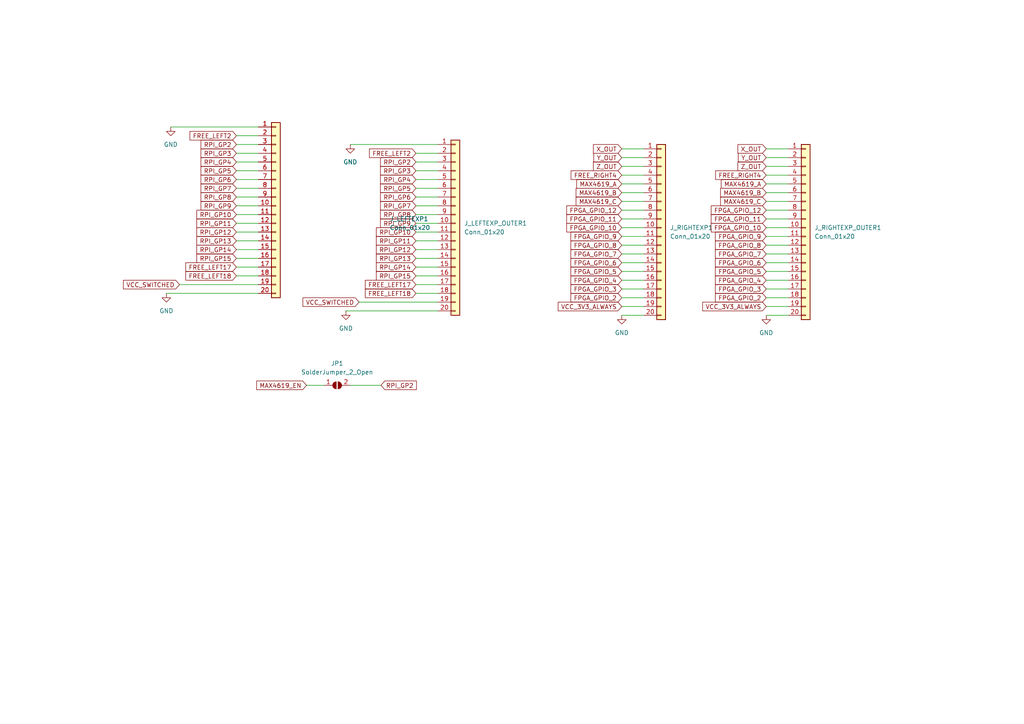
<source format=kicad_sch>
(kicad_sch (version 20211123) (generator eeschema)

  (uuid 003f2692-5143-4eae-88dd-304a34aeb19b)

  (paper "A4")

  (lib_symbols
    (symbol "Connector_Generic:Conn_01x20" (pin_names (offset 1.016) hide) (in_bom yes) (on_board yes)
      (property "Reference" "J" (id 0) (at 0 25.4 0)
        (effects (font (size 1.27 1.27)))
      )
      (property "Value" "Conn_01x20" (id 1) (at 0 -27.94 0)
        (effects (font (size 1.27 1.27)))
      )
      (property "Footprint" "" (id 2) (at 0 0 0)
        (effects (font (size 1.27 1.27)) hide)
      )
      (property "Datasheet" "~" (id 3) (at 0 0 0)
        (effects (font (size 1.27 1.27)) hide)
      )
      (property "ki_keywords" "connector" (id 4) (at 0 0 0)
        (effects (font (size 1.27 1.27)) hide)
      )
      (property "ki_description" "Generic connector, single row, 01x20, script generated (kicad-library-utils/schlib/autogen/connector/)" (id 5) (at 0 0 0)
        (effects (font (size 1.27 1.27)) hide)
      )
      (property "ki_fp_filters" "Connector*:*_1x??_*" (id 6) (at 0 0 0)
        (effects (font (size 1.27 1.27)) hide)
      )
      (symbol "Conn_01x20_1_1"
        (rectangle (start -1.27 -25.273) (end 0 -25.527)
          (stroke (width 0.1524) (type default) (color 0 0 0 0))
          (fill (type none))
        )
        (rectangle (start -1.27 -22.733) (end 0 -22.987)
          (stroke (width 0.1524) (type default) (color 0 0 0 0))
          (fill (type none))
        )
        (rectangle (start -1.27 -20.193) (end 0 -20.447)
          (stroke (width 0.1524) (type default) (color 0 0 0 0))
          (fill (type none))
        )
        (rectangle (start -1.27 -17.653) (end 0 -17.907)
          (stroke (width 0.1524) (type default) (color 0 0 0 0))
          (fill (type none))
        )
        (rectangle (start -1.27 -15.113) (end 0 -15.367)
          (stroke (width 0.1524) (type default) (color 0 0 0 0))
          (fill (type none))
        )
        (rectangle (start -1.27 -12.573) (end 0 -12.827)
          (stroke (width 0.1524) (type default) (color 0 0 0 0))
          (fill (type none))
        )
        (rectangle (start -1.27 -10.033) (end 0 -10.287)
          (stroke (width 0.1524) (type default) (color 0 0 0 0))
          (fill (type none))
        )
        (rectangle (start -1.27 -7.493) (end 0 -7.747)
          (stroke (width 0.1524) (type default) (color 0 0 0 0))
          (fill (type none))
        )
        (rectangle (start -1.27 -4.953) (end 0 -5.207)
          (stroke (width 0.1524) (type default) (color 0 0 0 0))
          (fill (type none))
        )
        (rectangle (start -1.27 -2.413) (end 0 -2.667)
          (stroke (width 0.1524) (type default) (color 0 0 0 0))
          (fill (type none))
        )
        (rectangle (start -1.27 0.127) (end 0 -0.127)
          (stroke (width 0.1524) (type default) (color 0 0 0 0))
          (fill (type none))
        )
        (rectangle (start -1.27 2.667) (end 0 2.413)
          (stroke (width 0.1524) (type default) (color 0 0 0 0))
          (fill (type none))
        )
        (rectangle (start -1.27 5.207) (end 0 4.953)
          (stroke (width 0.1524) (type default) (color 0 0 0 0))
          (fill (type none))
        )
        (rectangle (start -1.27 7.747) (end 0 7.493)
          (stroke (width 0.1524) (type default) (color 0 0 0 0))
          (fill (type none))
        )
        (rectangle (start -1.27 10.287) (end 0 10.033)
          (stroke (width 0.1524) (type default) (color 0 0 0 0))
          (fill (type none))
        )
        (rectangle (start -1.27 12.827) (end 0 12.573)
          (stroke (width 0.1524) (type default) (color 0 0 0 0))
          (fill (type none))
        )
        (rectangle (start -1.27 15.367) (end 0 15.113)
          (stroke (width 0.1524) (type default) (color 0 0 0 0))
          (fill (type none))
        )
        (rectangle (start -1.27 17.907) (end 0 17.653)
          (stroke (width 0.1524) (type default) (color 0 0 0 0))
          (fill (type none))
        )
        (rectangle (start -1.27 20.447) (end 0 20.193)
          (stroke (width 0.1524) (type default) (color 0 0 0 0))
          (fill (type none))
        )
        (rectangle (start -1.27 22.987) (end 0 22.733)
          (stroke (width 0.1524) (type default) (color 0 0 0 0))
          (fill (type none))
        )
        (rectangle (start -1.27 24.13) (end 1.27 -26.67)
          (stroke (width 0.254) (type default) (color 0 0 0 0))
          (fill (type background))
        )
        (pin passive line (at -5.08 22.86 0) (length 3.81)
          (name "Pin_1" (effects (font (size 1.27 1.27))))
          (number "1" (effects (font (size 1.27 1.27))))
        )
        (pin passive line (at -5.08 0 0) (length 3.81)
          (name "Pin_10" (effects (font (size 1.27 1.27))))
          (number "10" (effects (font (size 1.27 1.27))))
        )
        (pin passive line (at -5.08 -2.54 0) (length 3.81)
          (name "Pin_11" (effects (font (size 1.27 1.27))))
          (number "11" (effects (font (size 1.27 1.27))))
        )
        (pin passive line (at -5.08 -5.08 0) (length 3.81)
          (name "Pin_12" (effects (font (size 1.27 1.27))))
          (number "12" (effects (font (size 1.27 1.27))))
        )
        (pin passive line (at -5.08 -7.62 0) (length 3.81)
          (name "Pin_13" (effects (font (size 1.27 1.27))))
          (number "13" (effects (font (size 1.27 1.27))))
        )
        (pin passive line (at -5.08 -10.16 0) (length 3.81)
          (name "Pin_14" (effects (font (size 1.27 1.27))))
          (number "14" (effects (font (size 1.27 1.27))))
        )
        (pin passive line (at -5.08 -12.7 0) (length 3.81)
          (name "Pin_15" (effects (font (size 1.27 1.27))))
          (number "15" (effects (font (size 1.27 1.27))))
        )
        (pin passive line (at -5.08 -15.24 0) (length 3.81)
          (name "Pin_16" (effects (font (size 1.27 1.27))))
          (number "16" (effects (font (size 1.27 1.27))))
        )
        (pin passive line (at -5.08 -17.78 0) (length 3.81)
          (name "Pin_17" (effects (font (size 1.27 1.27))))
          (number "17" (effects (font (size 1.27 1.27))))
        )
        (pin passive line (at -5.08 -20.32 0) (length 3.81)
          (name "Pin_18" (effects (font (size 1.27 1.27))))
          (number "18" (effects (font (size 1.27 1.27))))
        )
        (pin passive line (at -5.08 -22.86 0) (length 3.81)
          (name "Pin_19" (effects (font (size 1.27 1.27))))
          (number "19" (effects (font (size 1.27 1.27))))
        )
        (pin passive line (at -5.08 20.32 0) (length 3.81)
          (name "Pin_2" (effects (font (size 1.27 1.27))))
          (number "2" (effects (font (size 1.27 1.27))))
        )
        (pin passive line (at -5.08 -25.4 0) (length 3.81)
          (name "Pin_20" (effects (font (size 1.27 1.27))))
          (number "20" (effects (font (size 1.27 1.27))))
        )
        (pin passive line (at -5.08 17.78 0) (length 3.81)
          (name "Pin_3" (effects (font (size 1.27 1.27))))
          (number "3" (effects (font (size 1.27 1.27))))
        )
        (pin passive line (at -5.08 15.24 0) (length 3.81)
          (name "Pin_4" (effects (font (size 1.27 1.27))))
          (number "4" (effects (font (size 1.27 1.27))))
        )
        (pin passive line (at -5.08 12.7 0) (length 3.81)
          (name "Pin_5" (effects (font (size 1.27 1.27))))
          (number "5" (effects (font (size 1.27 1.27))))
        )
        (pin passive line (at -5.08 10.16 0) (length 3.81)
          (name "Pin_6" (effects (font (size 1.27 1.27))))
          (number "6" (effects (font (size 1.27 1.27))))
        )
        (pin passive line (at -5.08 7.62 0) (length 3.81)
          (name "Pin_7" (effects (font (size 1.27 1.27))))
          (number "7" (effects (font (size 1.27 1.27))))
        )
        (pin passive line (at -5.08 5.08 0) (length 3.81)
          (name "Pin_8" (effects (font (size 1.27 1.27))))
          (number "8" (effects (font (size 1.27 1.27))))
        )
        (pin passive line (at -5.08 2.54 0) (length 3.81)
          (name "Pin_9" (effects (font (size 1.27 1.27))))
          (number "9" (effects (font (size 1.27 1.27))))
        )
      )
    )
    (symbol "Jumper:SolderJumper_2_Open" (pin_names (offset 0) hide) (in_bom yes) (on_board yes)
      (property "Reference" "JP" (id 0) (at 0 2.032 0)
        (effects (font (size 1.27 1.27)))
      )
      (property "Value" "SolderJumper_2_Open" (id 1) (at 0 -2.54 0)
        (effects (font (size 1.27 1.27)))
      )
      (property "Footprint" "" (id 2) (at 0 0 0)
        (effects (font (size 1.27 1.27)) hide)
      )
      (property "Datasheet" "~" (id 3) (at 0 0 0)
        (effects (font (size 1.27 1.27)) hide)
      )
      (property "ki_keywords" "solder jumper SPST" (id 4) (at 0 0 0)
        (effects (font (size 1.27 1.27)) hide)
      )
      (property "ki_description" "Solder Jumper, 2-pole, open" (id 5) (at 0 0 0)
        (effects (font (size 1.27 1.27)) hide)
      )
      (property "ki_fp_filters" "SolderJumper*Open*" (id 6) (at 0 0 0)
        (effects (font (size 1.27 1.27)) hide)
      )
      (symbol "SolderJumper_2_Open_0_1"
        (arc (start -0.254 1.016) (mid -1.27 0) (end -0.254 -1.016)
          (stroke (width 0) (type default) (color 0 0 0 0))
          (fill (type none))
        )
        (arc (start -0.254 1.016) (mid -1.27 0) (end -0.254 -1.016)
          (stroke (width 0) (type default) (color 0 0 0 0))
          (fill (type outline))
        )
        (polyline
          (pts
            (xy -0.254 1.016)
            (xy -0.254 -1.016)
          )
          (stroke (width 0) (type default) (color 0 0 0 0))
          (fill (type none))
        )
        (polyline
          (pts
            (xy 0.254 1.016)
            (xy 0.254 -1.016)
          )
          (stroke (width 0) (type default) (color 0 0 0 0))
          (fill (type none))
        )
        (arc (start 0.254 -1.016) (mid 1.27 0) (end 0.254 1.016)
          (stroke (width 0) (type default) (color 0 0 0 0))
          (fill (type none))
        )
        (arc (start 0.254 -1.016) (mid 1.27 0) (end 0.254 1.016)
          (stroke (width 0) (type default) (color 0 0 0 0))
          (fill (type outline))
        )
      )
      (symbol "SolderJumper_2_Open_1_1"
        (pin passive line (at -3.81 0 0) (length 2.54)
          (name "A" (effects (font (size 1.27 1.27))))
          (number "1" (effects (font (size 1.27 1.27))))
        )
        (pin passive line (at 3.81 0 180) (length 2.54)
          (name "B" (effects (font (size 1.27 1.27))))
          (number "2" (effects (font (size 1.27 1.27))))
        )
      )
    )
    (symbol "power:GND" (power) (pin_names (offset 0)) (in_bom yes) (on_board yes)
      (property "Reference" "#PWR" (id 0) (at 0 -6.35 0)
        (effects (font (size 1.27 1.27)) hide)
      )
      (property "Value" "GND" (id 1) (at 0 -3.81 0)
        (effects (font (size 1.27 1.27)))
      )
      (property "Footprint" "" (id 2) (at 0 0 0)
        (effects (font (size 1.27 1.27)) hide)
      )
      (property "Datasheet" "" (id 3) (at 0 0 0)
        (effects (font (size 1.27 1.27)) hide)
      )
      (property "ki_keywords" "power-flag" (id 4) (at 0 0 0)
        (effects (font (size 1.27 1.27)) hide)
      )
      (property "ki_description" "Power symbol creates a global label with name \"GND\" , ground" (id 5) (at 0 0 0)
        (effects (font (size 1.27 1.27)) hide)
      )
      (symbol "GND_0_1"
        (polyline
          (pts
            (xy 0 0)
            (xy 0 -1.27)
            (xy 1.27 -1.27)
            (xy 0 -2.54)
            (xy -1.27 -1.27)
            (xy 0 -1.27)
          )
          (stroke (width 0) (type default) (color 0 0 0 0))
          (fill (type none))
        )
      )
      (symbol "GND_1_1"
        (pin power_in line (at 0 0 270) (length 0) hide
          (name "GND" (effects (font (size 1.27 1.27))))
          (number "1" (effects (font (size 1.27 1.27))))
        )
      )
    )
  )


  (wire (pts (xy 101.6 41.91) (xy 127 41.91))
    (stroke (width 0) (type default) (color 0 0 0 0))
    (uuid 0012640c-8cce-4ec1-9df6-620f19009ec0)
  )
  (wire (pts (xy 68.58 67.31) (xy 74.93 67.31))
    (stroke (width 0) (type default) (color 0 0 0 0))
    (uuid 01346372-1e0d-4362-8009-03c9fefeb107)
  )
  (wire (pts (xy 180.34 63.5) (xy 186.69 63.5))
    (stroke (width 0) (type default) (color 0 0 0 0))
    (uuid 03c28cde-2459-4436-8eda-44ba75517858)
  )
  (wire (pts (xy 68.58 54.61) (xy 74.93 54.61))
    (stroke (width 0) (type default) (color 0 0 0 0))
    (uuid 09abf60e-a43e-4c2b-87ee-053ffcaeee98)
  )
  (wire (pts (xy 180.34 45.72) (xy 186.69 45.72))
    (stroke (width 0) (type default) (color 0 0 0 0))
    (uuid 0a349057-0655-40fc-8532-cef6d46f2115)
  )
  (wire (pts (xy 180.34 43.18) (xy 186.69 43.18))
    (stroke (width 0) (type default) (color 0 0 0 0))
    (uuid 0a63e8b3-9fc6-433e-8137-16139e17e899)
  )
  (wire (pts (xy 68.58 44.45) (xy 74.93 44.45))
    (stroke (width 0) (type default) (color 0 0 0 0))
    (uuid 0b0050a2-b7bb-43d4-8b48-3fb7520268e4)
  )
  (wire (pts (xy 222.25 78.74) (xy 228.6 78.74))
    (stroke (width 0) (type default) (color 0 0 0 0))
    (uuid 1108cf9e-a54d-4de8-96ee-f63dd0f5b9c3)
  )
  (wire (pts (xy 222.25 81.28) (xy 228.6 81.28))
    (stroke (width 0) (type default) (color 0 0 0 0))
    (uuid 15a2b610-f69e-40dd-bc33-e693258e260e)
  )
  (wire (pts (xy 104.14 87.63) (xy 127 87.63))
    (stroke (width 0) (type default) (color 0 0 0 0))
    (uuid 1dea6a12-8c22-467c-a790-a947bbd18536)
  )
  (wire (pts (xy 68.58 62.23) (xy 74.93 62.23))
    (stroke (width 0) (type default) (color 0 0 0 0))
    (uuid 1e5802fb-0600-4268-a1e5-082fc6768c02)
  )
  (wire (pts (xy 68.58 57.15) (xy 74.93 57.15))
    (stroke (width 0) (type default) (color 0 0 0 0))
    (uuid 20339fd6-0c77-4750-b433-8e94c1abd406)
  )
  (wire (pts (xy 180.34 50.8) (xy 186.69 50.8))
    (stroke (width 0) (type default) (color 0 0 0 0))
    (uuid 20f6594b-8110-4dfe-950b-a4b3b09bf48f)
  )
  (wire (pts (xy 68.58 74.93) (xy 74.93 74.93))
    (stroke (width 0) (type default) (color 0 0 0 0))
    (uuid 25533391-a0c2-420c-b590-a62d19b852c0)
  )
  (wire (pts (xy 222.25 86.36) (xy 228.6 86.36))
    (stroke (width 0) (type default) (color 0 0 0 0))
    (uuid 2b2176b0-0e48-443f-a959-bae3fbea0b77)
  )
  (wire (pts (xy 120.65 49.53) (xy 127 49.53))
    (stroke (width 0) (type default) (color 0 0 0 0))
    (uuid 303263bf-74d3-4479-97b3-d5b549e7158e)
  )
  (wire (pts (xy 222.25 60.96) (xy 228.6 60.96))
    (stroke (width 0) (type default) (color 0 0 0 0))
    (uuid 363ecbe1-c4d4-44c8-954b-240ab74d2efc)
  )
  (wire (pts (xy 180.34 86.36) (xy 186.69 86.36))
    (stroke (width 0) (type default) (color 0 0 0 0))
    (uuid 37648725-119c-4a99-8352-51d93b7a32e2)
  )
  (wire (pts (xy 120.65 85.09) (xy 127 85.09))
    (stroke (width 0) (type default) (color 0 0 0 0))
    (uuid 3acf68f8-7314-4493-8243-17a363d9390b)
  )
  (wire (pts (xy 180.34 53.34) (xy 186.69 53.34))
    (stroke (width 0) (type default) (color 0 0 0 0))
    (uuid 3b7bd731-84d4-4e0d-ad3b-240f0391f8c4)
  )
  (wire (pts (xy 68.58 52.07) (xy 74.93 52.07))
    (stroke (width 0) (type default) (color 0 0 0 0))
    (uuid 3bdcb393-c421-4b9b-a50d-fd24c5fbb107)
  )
  (wire (pts (xy 120.65 69.85) (xy 127 69.85))
    (stroke (width 0) (type default) (color 0 0 0 0))
    (uuid 3e7e759c-40bc-4265-a2de-329bcd050db4)
  )
  (wire (pts (xy 180.34 91.44) (xy 186.69 91.44))
    (stroke (width 0) (type default) (color 0 0 0 0))
    (uuid 407956be-ab8a-4860-97a7-de852fa13133)
  )
  (wire (pts (xy 222.25 88.9) (xy 228.6 88.9))
    (stroke (width 0) (type default) (color 0 0 0 0))
    (uuid 42c8bfbf-2d29-4ed4-b487-91031d191ef6)
  )
  (wire (pts (xy 180.34 58.42) (xy 186.69 58.42))
    (stroke (width 0) (type default) (color 0 0 0 0))
    (uuid 47376ffd-d487-4d02-9153-36ce75a6f672)
  )
  (wire (pts (xy 120.65 82.55) (xy 127 82.55))
    (stroke (width 0) (type default) (color 0 0 0 0))
    (uuid 4b6141b8-f5bb-4085-a45e-26313365e5d8)
  )
  (wire (pts (xy 222.25 55.88) (xy 228.6 55.88))
    (stroke (width 0) (type default) (color 0 0 0 0))
    (uuid 4c36d66f-a762-4e24-8e26-645355e6130f)
  )
  (wire (pts (xy 180.34 81.28) (xy 186.69 81.28))
    (stroke (width 0) (type default) (color 0 0 0 0))
    (uuid 5002ea5f-b781-4aa0-aff0-3e3641c91a1b)
  )
  (wire (pts (xy 120.65 59.69) (xy 127 59.69))
    (stroke (width 0) (type default) (color 0 0 0 0))
    (uuid 50cf4846-bd2d-48b2-94b2-93c403c8c6ee)
  )
  (wire (pts (xy 180.34 60.96) (xy 186.69 60.96))
    (stroke (width 0) (type default) (color 0 0 0 0))
    (uuid 50f2af52-ce63-4b7e-8ca8-bae9052cf2d3)
  )
  (wire (pts (xy 100.33 90.17) (xy 127 90.17))
    (stroke (width 0) (type default) (color 0 0 0 0))
    (uuid 512afda3-d885-4d4f-a189-e80f1b734f3f)
  )
  (wire (pts (xy 120.65 52.07) (xy 127 52.07))
    (stroke (width 0) (type default) (color 0 0 0 0))
    (uuid 513e7f7a-1751-4f89-9ee6-350b589b89fb)
  )
  (wire (pts (xy 180.34 83.82) (xy 186.69 83.82))
    (stroke (width 0) (type default) (color 0 0 0 0))
    (uuid 54c7809b-d5d2-4050-a4cc-e2342f5080d8)
  )
  (wire (pts (xy 68.58 41.91) (xy 74.93 41.91))
    (stroke (width 0) (type default) (color 0 0 0 0))
    (uuid 5646725c-172b-4705-ace0-d1c17453214f)
  )
  (wire (pts (xy 68.58 69.85) (xy 74.93 69.85))
    (stroke (width 0) (type default) (color 0 0 0 0))
    (uuid 56dcb61d-9392-4ead-a46a-25a0c4f303c8)
  )
  (wire (pts (xy 222.25 50.8) (xy 228.6 50.8))
    (stroke (width 0) (type default) (color 0 0 0 0))
    (uuid 5a02a41b-0c6f-4713-be34-fba68563408e)
  )
  (wire (pts (xy 222.25 43.18) (xy 228.6 43.18))
    (stroke (width 0) (type default) (color 0 0 0 0))
    (uuid 5a2f55bb-1636-46ff-9214-335ebc94d213)
  )
  (wire (pts (xy 48.26 85.09) (xy 74.93 85.09))
    (stroke (width 0) (type default) (color 0 0 0 0))
    (uuid 5bdc402c-5da8-455a-83e3-257fdfa0e16d)
  )
  (wire (pts (xy 222.25 66.04) (xy 228.6 66.04))
    (stroke (width 0) (type default) (color 0 0 0 0))
    (uuid 5cd0f9d8-c7c3-47a5-a65e-df8bbe2c0b9c)
  )
  (wire (pts (xy 222.25 91.44) (xy 228.6 91.44))
    (stroke (width 0) (type default) (color 0 0 0 0))
    (uuid 5d5053f5-6d2f-4b75-b12f-d58c84438a16)
  )
  (wire (pts (xy 120.65 80.01) (xy 127 80.01))
    (stroke (width 0) (type default) (color 0 0 0 0))
    (uuid 5e7cbaee-d0d6-4bab-a60a-cb9d3d66de62)
  )
  (wire (pts (xy 120.65 77.47) (xy 127 77.47))
    (stroke (width 0) (type default) (color 0 0 0 0))
    (uuid 60d12558-f504-4683-99ea-6cbf8b08d857)
  )
  (wire (pts (xy 180.34 48.26) (xy 186.69 48.26))
    (stroke (width 0) (type default) (color 0 0 0 0))
    (uuid 614cf0fc-2cfa-4af9-9853-356441350217)
  )
  (wire (pts (xy 68.58 46.99) (xy 74.93 46.99))
    (stroke (width 0) (type default) (color 0 0 0 0))
    (uuid 6aa63a38-6eb4-4d70-b2a8-b648eb17f1bc)
  )
  (wire (pts (xy 68.58 64.77) (xy 74.93 64.77))
    (stroke (width 0) (type default) (color 0 0 0 0))
    (uuid 6d77c5ce-618f-4ef9-8ac1-0d0167b435ac)
  )
  (wire (pts (xy 120.65 46.99) (xy 127 46.99))
    (stroke (width 0) (type default) (color 0 0 0 0))
    (uuid 6dae09ff-9003-4c00-8cbc-eca0fc312be9)
  )
  (wire (pts (xy 49.53 36.83) (xy 74.93 36.83))
    (stroke (width 0) (type default) (color 0 0 0 0))
    (uuid 6ed20188-4161-47d8-8e69-c4e8e8db8c5e)
  )
  (wire (pts (xy 120.65 62.23) (xy 127 62.23))
    (stroke (width 0) (type default) (color 0 0 0 0))
    (uuid 720f5f47-77e4-46da-874e-178002c0cd18)
  )
  (wire (pts (xy 120.65 67.31) (xy 127 67.31))
    (stroke (width 0) (type default) (color 0 0 0 0))
    (uuid 73c265af-e94b-480f-9df9-600c13dc1cca)
  )
  (wire (pts (xy 222.25 68.58) (xy 228.6 68.58))
    (stroke (width 0) (type default) (color 0 0 0 0))
    (uuid 7b25728b-fcb8-422d-b45f-317a19b470e1)
  )
  (wire (pts (xy 180.34 88.9) (xy 186.69 88.9))
    (stroke (width 0) (type default) (color 0 0 0 0))
    (uuid 8209cbab-5cab-4d4f-b5a7-f33e298a29c1)
  )
  (wire (pts (xy 120.65 74.93) (xy 127 74.93))
    (stroke (width 0) (type default) (color 0 0 0 0))
    (uuid 86228605-43e0-4ac1-bad3-6a2393265c7a)
  )
  (wire (pts (xy 120.65 64.77) (xy 127 64.77))
    (stroke (width 0) (type default) (color 0 0 0 0))
    (uuid 8821da89-0c44-43cc-9cff-d5d3710eab2a)
  )
  (wire (pts (xy 222.25 53.34) (xy 228.6 53.34))
    (stroke (width 0) (type default) (color 0 0 0 0))
    (uuid 88e0f6d5-48e7-4498-93da-eeff037ad9e4)
  )
  (wire (pts (xy 88.9 111.76) (xy 93.98 111.76))
    (stroke (width 0) (type default) (color 0 0 0 0))
    (uuid 895b04ae-4b52-4a26-a3f2-1a17cde8d7ca)
  )
  (wire (pts (xy 120.65 72.39) (xy 127 72.39))
    (stroke (width 0) (type default) (color 0 0 0 0))
    (uuid 89d742b4-5441-4654-879e-e072e969df2a)
  )
  (wire (pts (xy 180.34 78.74) (xy 186.69 78.74))
    (stroke (width 0) (type default) (color 0 0 0 0))
    (uuid 95375cd5-a94e-4348-a066-879b4dd976c2)
  )
  (wire (pts (xy 68.58 72.39) (xy 74.93 72.39))
    (stroke (width 0) (type default) (color 0 0 0 0))
    (uuid 969013b4-783c-44b8-8972-565973f80b15)
  )
  (wire (pts (xy 180.34 68.58) (xy 186.69 68.58))
    (stroke (width 0) (type default) (color 0 0 0 0))
    (uuid 9a2a7ae6-49da-4e43-a6cd-9b7aa4ea3aab)
  )
  (wire (pts (xy 68.58 49.53) (xy 74.93 49.53))
    (stroke (width 0) (type default) (color 0 0 0 0))
    (uuid a047a36e-0548-47a4-8de2-075a945f695f)
  )
  (wire (pts (xy 180.34 55.88) (xy 186.69 55.88))
    (stroke (width 0) (type default) (color 0 0 0 0))
    (uuid a90b9dc4-0e1a-406e-876a-80a5b4add2f1)
  )
  (wire (pts (xy 222.25 76.2) (xy 228.6 76.2))
    (stroke (width 0) (type default) (color 0 0 0 0))
    (uuid a9964b7d-16ab-4980-a8ee-9e18592aa3f7)
  )
  (wire (pts (xy 180.34 76.2) (xy 186.69 76.2))
    (stroke (width 0) (type default) (color 0 0 0 0))
    (uuid b03c7d84-e2b4-40f5-b3fa-26eba8528f1e)
  )
  (wire (pts (xy 222.25 48.26) (xy 228.6 48.26))
    (stroke (width 0) (type default) (color 0 0 0 0))
    (uuid b6f65abb-d5e6-4e56-96e9-7dd6f29be1f8)
  )
  (wire (pts (xy 120.65 57.15) (xy 127 57.15))
    (stroke (width 0) (type default) (color 0 0 0 0))
    (uuid bb47bd20-fc4e-4202-bb68-d29939ad98e5)
  )
  (wire (pts (xy 222.25 58.42) (xy 228.6 58.42))
    (stroke (width 0) (type default) (color 0 0 0 0))
    (uuid bc28b63f-d70d-4312-acad-7af375241d44)
  )
  (wire (pts (xy 180.34 73.66) (xy 186.69 73.66))
    (stroke (width 0) (type default) (color 0 0 0 0))
    (uuid bdfc87ab-abbd-4693-990b-253ded41d535)
  )
  (wire (pts (xy 222.25 45.72) (xy 228.6 45.72))
    (stroke (width 0) (type default) (color 0 0 0 0))
    (uuid bfa71f94-1958-4993-ae7e-3b71ef177653)
  )
  (wire (pts (xy 68.58 77.47) (xy 74.93 77.47))
    (stroke (width 0) (type default) (color 0 0 0 0))
    (uuid c2ac9826-79ba-4ffb-80dc-c31136c68966)
  )
  (wire (pts (xy 180.34 66.04) (xy 186.69 66.04))
    (stroke (width 0) (type default) (color 0 0 0 0))
    (uuid cfb3e412-dbc1-41d3-8555-c74ae0cc43c2)
  )
  (wire (pts (xy 222.25 63.5) (xy 228.6 63.5))
    (stroke (width 0) (type default) (color 0 0 0 0))
    (uuid d0a3ea7a-1583-4afd-b920-42e6a54151ba)
  )
  (wire (pts (xy 68.58 80.01) (xy 74.93 80.01))
    (stroke (width 0) (type default) (color 0 0 0 0))
    (uuid d419b6b3-cb31-4ff0-b4d6-d95904f6cafe)
  )
  (wire (pts (xy 222.25 73.66) (xy 228.6 73.66))
    (stroke (width 0) (type default) (color 0 0 0 0))
    (uuid d56f4c81-16d0-4106-994f-57a82b281e45)
  )
  (wire (pts (xy 180.34 71.12) (xy 186.69 71.12))
    (stroke (width 0) (type default) (color 0 0 0 0))
    (uuid d7bc1953-9987-4d8b-8ef5-f05e6511f31d)
  )
  (wire (pts (xy 120.65 54.61) (xy 127 54.61))
    (stroke (width 0) (type default) (color 0 0 0 0))
    (uuid d8a35c04-2acf-4281-b39a-dfcf2a6104b6)
  )
  (wire (pts (xy 222.25 71.12) (xy 228.6 71.12))
    (stroke (width 0) (type default) (color 0 0 0 0))
    (uuid ddf332f1-30d8-4a7c-a78a-d9cd258ce6bb)
  )
  (wire (pts (xy 52.07 82.55) (xy 74.93 82.55))
    (stroke (width 0) (type default) (color 0 0 0 0))
    (uuid ea8ae9e7-9257-4ef4-b4fd-958fd7da2f47)
  )
  (wire (pts (xy 120.65 44.45) (xy 127 44.45))
    (stroke (width 0) (type default) (color 0 0 0 0))
    (uuid ed14f78e-f619-4c5d-bb22-0f8054d10871)
  )
  (wire (pts (xy 68.58 59.69) (xy 74.93 59.69))
    (stroke (width 0) (type default) (color 0 0 0 0))
    (uuid eebd9c1d-0205-4abf-b0f7-a8a2c223e087)
  )
  (wire (pts (xy 68.58 39.37) (xy 74.93 39.37))
    (stroke (width 0) (type default) (color 0 0 0 0))
    (uuid ef2d1d38-50a6-435e-bb23-ed4ebe2a5d7f)
  )
  (wire (pts (xy 101.6 111.76) (xy 110.49 111.76))
    (stroke (width 0) (type default) (color 0 0 0 0))
    (uuid f41b401c-bedd-4dbe-8a8c-17eca12d8fcf)
  )
  (wire (pts (xy 222.25 83.82) (xy 228.6 83.82))
    (stroke (width 0) (type default) (color 0 0 0 0))
    (uuid faf82944-1d97-49f2-a8a6-bbebeffef336)
  )

  (global_label "FPGA_GPIO_8" (shape input) (at 222.25 71.12 180) (fields_autoplaced)
    (effects (font (size 1.27 1.27)) (justify right))
    (uuid 00007d27-6c69-45f6-b65b-39a9ad2981a7)
    (property "Intersheet References" "${INTERSHEET_REFS}" (id 0) (at 207.4998 71.1994 0)
      (effects (font (size 1.27 1.27)) (justify right) hide)
    )
  )
  (global_label "X_OUT" (shape input) (at 222.25 43.18 180) (fields_autoplaced)
    (effects (font (size 1.27 1.27)) (justify right))
    (uuid 011a46b1-9edc-482a-b6f9-6993ca328d7a)
    (property "Intersheet References" "${INTERSHEET_REFS}" (id 0) (at 214.0312 43.1006 0)
      (effects (font (size 1.27 1.27)) (justify right) hide)
    )
  )
  (global_label "FREE_LEFT2" (shape input) (at 120.65 44.45 180) (fields_autoplaced)
    (effects (font (size 1.27 1.27)) (justify right))
    (uuid 035da8db-8f9f-43a0-af46-d59fbdbb90f0)
    (property "Intersheet References" "${INTERSHEET_REFS}" (id 0) (at 107.1698 44.3706 0)
      (effects (font (size 1.27 1.27)) (justify right) hide)
    )
  )
  (global_label "FPGA_GPIO_3" (shape input) (at 180.34 83.82 180) (fields_autoplaced)
    (effects (font (size 1.27 1.27)) (justify right))
    (uuid 0481d5a0-65ea-4fbc-9e08-2e1dd8f8d369)
    (property "Intersheet References" "${INTERSHEET_REFS}" (id 0) (at 165.5898 83.8994 0)
      (effects (font (size 1.27 1.27)) (justify right) hide)
    )
  )
  (global_label "RPI_GP9" (shape input) (at 68.58 59.69 180) (fields_autoplaced)
    (effects (font (size 1.27 1.27)) (justify right))
    (uuid 07fd56a2-b5d9-4096-9ac1-b2081ce86e55)
    (property "Intersheet References" "${INTERSHEET_REFS}" (id 0) (at 58.305 59.6106 0)
      (effects (font (size 1.27 1.27)) (justify right) hide)
    )
  )
  (global_label "RPI_GP7" (shape input) (at 120.65 59.69 180) (fields_autoplaced)
    (effects (font (size 1.27 1.27)) (justify right))
    (uuid 081fc7b9-6220-41eb-b459-ef07f40f946a)
    (property "Intersheet References" "${INTERSHEET_REFS}" (id 0) (at 110.375 59.6106 0)
      (effects (font (size 1.27 1.27)) (justify right) hide)
    )
  )
  (global_label "RPI_GP7" (shape input) (at 68.58 54.61 180) (fields_autoplaced)
    (effects (font (size 1.27 1.27)) (justify right))
    (uuid 0b06d45d-2156-46e5-94ea-9d50fd4986e9)
    (property "Intersheet References" "${INTERSHEET_REFS}" (id 0) (at 58.305 54.5306 0)
      (effects (font (size 1.27 1.27)) (justify right) hide)
    )
  )
  (global_label "FPGA_GPIO_7" (shape input) (at 180.34 73.66 180) (fields_autoplaced)
    (effects (font (size 1.27 1.27)) (justify right))
    (uuid 0b171555-675d-4e13-85de-5e722f99a049)
    (property "Intersheet References" "${INTERSHEET_REFS}" (id 0) (at 165.5898 73.7394 0)
      (effects (font (size 1.27 1.27)) (justify right) hide)
    )
  )
  (global_label "RPI_GP11" (shape input) (at 120.65 69.85 180) (fields_autoplaced)
    (effects (font (size 1.27 1.27)) (justify right))
    (uuid 1bd974b7-3efd-4a8e-81e8-8e368fad83ff)
    (property "Intersheet References" "${INTERSHEET_REFS}" (id 0) (at 109.1655 69.7706 0)
      (effects (font (size 1.27 1.27)) (justify right) hide)
    )
  )
  (global_label "RPI_GP6" (shape input) (at 68.58 52.07 180) (fields_autoplaced)
    (effects (font (size 1.27 1.27)) (justify right))
    (uuid 1fa928e8-184f-4354-b9aa-dd8f4d076f54)
    (property "Intersheet References" "${INTERSHEET_REFS}" (id 0) (at 58.305 51.9906 0)
      (effects (font (size 1.27 1.27)) (justify right) hide)
    )
  )
  (global_label "FPGA_GPIO_11" (shape input) (at 180.34 63.5 180) (fields_autoplaced)
    (effects (font (size 1.27 1.27)) (justify right))
    (uuid 1fee9555-dd45-47b0-a864-c9b8de9b8123)
    (property "Intersheet References" "${INTERSHEET_REFS}" (id 0) (at 164.3802 63.5794 0)
      (effects (font (size 1.27 1.27)) (justify right) hide)
    )
  )
  (global_label "FREE_RIGHT4" (shape input) (at 222.25 50.8 180) (fields_autoplaced)
    (effects (font (size 1.27 1.27)) (justify right))
    (uuid 2608dc09-d68e-417e-a24e-8efe92515d07)
    (property "Intersheet References" "${INTERSHEET_REFS}" (id 0) (at 207.5602 50.7206 0)
      (effects (font (size 1.27 1.27)) (justify right) hide)
    )
  )
  (global_label "VCC_SWITCHED" (shape input) (at 104.14 87.63 180) (fields_autoplaced)
    (effects (font (size 1.27 1.27)) (justify right))
    (uuid 26fdcd4a-7a9d-4434-aff9-30fb6090bc17)
    (property "Intersheet References" "${INTERSHEET_REFS}" (id 0) (at 87.8779 87.7094 0)
      (effects (font (size 1.27 1.27)) (justify right) hide)
    )
  )
  (global_label "FPGA_GPIO_6" (shape input) (at 222.25 76.2 180) (fields_autoplaced)
    (effects (font (size 1.27 1.27)) (justify right))
    (uuid 296226df-f323-4220-a62f-80398220ad7d)
    (property "Intersheet References" "${INTERSHEET_REFS}" (id 0) (at 207.4998 76.2794 0)
      (effects (font (size 1.27 1.27)) (justify right) hide)
    )
  )
  (global_label "Y_OUT" (shape input) (at 222.25 45.72 180) (fields_autoplaced)
    (effects (font (size 1.27 1.27)) (justify right))
    (uuid 2b205c54-6b6f-4d5b-be49-303ee5bfa1b7)
    (property "Intersheet References" "${INTERSHEET_REFS}" (id 0) (at 214.1521 45.6406 0)
      (effects (font (size 1.27 1.27)) (justify right) hide)
    )
  )
  (global_label "RPI_GP8" (shape input) (at 68.58 57.15 180) (fields_autoplaced)
    (effects (font (size 1.27 1.27)) (justify right))
    (uuid 30be72b4-589c-43c3-97a4-4ffff546523d)
    (property "Intersheet References" "${INTERSHEET_REFS}" (id 0) (at 58.305 57.0706 0)
      (effects (font (size 1.27 1.27)) (justify right) hide)
    )
  )
  (global_label "RPI_GP15" (shape input) (at 68.58 74.93 180) (fields_autoplaced)
    (effects (font (size 1.27 1.27)) (justify right))
    (uuid 3684ca56-4eee-43fc-8aea-b9b44baafcc6)
    (property "Intersheet References" "${INTERSHEET_REFS}" (id 0) (at 57.0955 74.8506 0)
      (effects (font (size 1.27 1.27)) (justify right) hide)
    )
  )
  (global_label "RPI_GP15" (shape input) (at 120.65 80.01 180) (fields_autoplaced)
    (effects (font (size 1.27 1.27)) (justify right))
    (uuid 3919e116-2ae0-44f1-835a-b8ca8dc3cb45)
    (property "Intersheet References" "${INTERSHEET_REFS}" (id 0) (at 109.1655 79.9306 0)
      (effects (font (size 1.27 1.27)) (justify right) hide)
    )
  )
  (global_label "RPI_GP5" (shape input) (at 68.58 49.53 180) (fields_autoplaced)
    (effects (font (size 1.27 1.27)) (justify right))
    (uuid 3c8966ac-7f32-46a0-8f31-1d0a348d3f4b)
    (property "Intersheet References" "${INTERSHEET_REFS}" (id 0) (at 58.305 49.4506 0)
      (effects (font (size 1.27 1.27)) (justify right) hide)
    )
  )
  (global_label "FPGA_GPIO_4" (shape input) (at 180.34 81.28 180) (fields_autoplaced)
    (effects (font (size 1.27 1.27)) (justify right))
    (uuid 3cdae47e-74d4-42eb-bc06-5b1872f2235c)
    (property "Intersheet References" "${INTERSHEET_REFS}" (id 0) (at 165.5898 81.3594 0)
      (effects (font (size 1.27 1.27)) (justify right) hide)
    )
  )
  (global_label "MAX4619_B" (shape input) (at 180.34 55.88 180) (fields_autoplaced)
    (effects (font (size 1.27 1.27)) (justify right))
    (uuid 3f0314d8-69ff-418b-9ff1-adc602f4e725)
    (property "Intersheet References" "${INTERSHEET_REFS}" (id 0) (at 167.1017 55.8006 0)
      (effects (font (size 1.27 1.27)) (justify right) hide)
    )
  )
  (global_label "RPI_GP13" (shape input) (at 120.65 74.93 180) (fields_autoplaced)
    (effects (font (size 1.27 1.27)) (justify right))
    (uuid 43bff89f-f1b1-46b0-9ac4-680595399fe7)
    (property "Intersheet References" "${INTERSHEET_REFS}" (id 0) (at 109.1655 74.8506 0)
      (effects (font (size 1.27 1.27)) (justify right) hide)
    )
  )
  (global_label "FREE_RIGHT4" (shape input) (at 180.34 50.8 180) (fields_autoplaced)
    (effects (font (size 1.27 1.27)) (justify right))
    (uuid 46efec51-0714-4d14-aee8-0a3d0f723d3e)
    (property "Intersheet References" "${INTERSHEET_REFS}" (id 0) (at 165.6502 50.7206 0)
      (effects (font (size 1.27 1.27)) (justify right) hide)
    )
  )
  (global_label "FPGA_GPIO_9" (shape input) (at 180.34 68.58 180) (fields_autoplaced)
    (effects (font (size 1.27 1.27)) (justify right))
    (uuid 481fde85-e788-494e-9dde-e0f4848bb74e)
    (property "Intersheet References" "${INTERSHEET_REFS}" (id 0) (at 165.5898 68.6594 0)
      (effects (font (size 1.27 1.27)) (justify right) hide)
    )
  )
  (global_label "RPI_GP12" (shape input) (at 68.58 67.31 180) (fields_autoplaced)
    (effects (font (size 1.27 1.27)) (justify right))
    (uuid 485695d7-9566-4b79-a9cf-d5a56d99c7b8)
    (property "Intersheet References" "${INTERSHEET_REFS}" (id 0) (at 57.0955 67.2306 0)
      (effects (font (size 1.27 1.27)) (justify right) hide)
    )
  )
  (global_label "RPI_GP10" (shape input) (at 68.58 62.23 180) (fields_autoplaced)
    (effects (font (size 1.27 1.27)) (justify right))
    (uuid 4fd8e65c-f5a5-425d-9c20-d5bf542de3fd)
    (property "Intersheet References" "${INTERSHEET_REFS}" (id 0) (at 57.0955 62.1506 0)
      (effects (font (size 1.27 1.27)) (justify right) hide)
    )
  )
  (global_label "FPGA_GPIO_2" (shape input) (at 180.34 86.36 180) (fields_autoplaced)
    (effects (font (size 1.27 1.27)) (justify right))
    (uuid 4feecb94-de45-44cf-af7d-36c393bb52f5)
    (property "Intersheet References" "${INTERSHEET_REFS}" (id 0) (at 165.5898 86.4394 0)
      (effects (font (size 1.27 1.27)) (justify right) hide)
    )
  )
  (global_label "VCC_SWITCHED" (shape input) (at 52.07 82.55 180) (fields_autoplaced)
    (effects (font (size 1.27 1.27)) (justify right))
    (uuid 5b40d1e4-f28c-4ffb-8409-ee9176b1f0c6)
    (property "Intersheet References" "${INTERSHEET_REFS}" (id 0) (at 35.8079 82.6294 0)
      (effects (font (size 1.27 1.27)) (justify right) hide)
    )
  )
  (global_label "RPI_GP4" (shape input) (at 68.58 46.99 180) (fields_autoplaced)
    (effects (font (size 1.27 1.27)) (justify right))
    (uuid 745fd899-9a0a-4427-bfb8-84368de1b6ba)
    (property "Intersheet References" "${INTERSHEET_REFS}" (id 0) (at 58.305 46.9106 0)
      (effects (font (size 1.27 1.27)) (justify right) hide)
    )
  )
  (global_label "FPGA_GPIO_5" (shape input) (at 180.34 78.74 180) (fields_autoplaced)
    (effects (font (size 1.27 1.27)) (justify right))
    (uuid 78faba7b-c62e-4c7e-9867-99f43059b90f)
    (property "Intersheet References" "${INTERSHEET_REFS}" (id 0) (at 165.5898 78.8194 0)
      (effects (font (size 1.27 1.27)) (justify right) hide)
    )
  )
  (global_label "MAX4619_C" (shape input) (at 222.25 58.42 180) (fields_autoplaced)
    (effects (font (size 1.27 1.27)) (justify right))
    (uuid 7bc4babe-d90f-40bd-aa73-008739b45b6d)
    (property "Intersheet References" "${INTERSHEET_REFS}" (id 0) (at 209.0117 58.3406 0)
      (effects (font (size 1.27 1.27)) (justify right) hide)
    )
  )
  (global_label "RPI_GP9" (shape input) (at 120.65 64.77 180) (fields_autoplaced)
    (effects (font (size 1.27 1.27)) (justify right))
    (uuid 7d73695e-bfa9-4569-8eba-b5217738debc)
    (property "Intersheet References" "${INTERSHEET_REFS}" (id 0) (at 110.375 64.6906 0)
      (effects (font (size 1.27 1.27)) (justify right) hide)
    )
  )
  (global_label "FPGA_GPIO_10" (shape input) (at 180.34 66.04 180) (fields_autoplaced)
    (effects (font (size 1.27 1.27)) (justify right))
    (uuid 80580077-faa5-49b2-b65a-71e9a86812d3)
    (property "Intersheet References" "${INTERSHEET_REFS}" (id 0) (at 164.3802 66.1194 0)
      (effects (font (size 1.27 1.27)) (justify right) hide)
    )
  )
  (global_label "RPI_GP13" (shape input) (at 68.58 69.85 180) (fields_autoplaced)
    (effects (font (size 1.27 1.27)) (justify right))
    (uuid 81a2ce3d-a56a-4866-9eba-e7f456f38829)
    (property "Intersheet References" "${INTERSHEET_REFS}" (id 0) (at 57.0955 69.7706 0)
      (effects (font (size 1.27 1.27)) (justify right) hide)
    )
  )
  (global_label "MAX4619_A" (shape input) (at 180.34 53.34 180) (fields_autoplaced)
    (effects (font (size 1.27 1.27)) (justify right))
    (uuid 83b9d113-64f9-4fca-be6f-9ca10bb26c73)
    (property "Intersheet References" "${INTERSHEET_REFS}" (id 0) (at 167.2831 53.2606 0)
      (effects (font (size 1.27 1.27)) (justify right) hide)
    )
  )
  (global_label "FPGA_GPIO_2" (shape input) (at 222.25 86.36 180) (fields_autoplaced)
    (effects (font (size 1.27 1.27)) (justify right))
    (uuid 83fde2ba-dfd3-4610-bc38-37cfea184d49)
    (property "Intersheet References" "${INTERSHEET_REFS}" (id 0) (at 207.4998 86.4394 0)
      (effects (font (size 1.27 1.27)) (justify right) hide)
    )
  )
  (global_label "FPGA_GPIO_12" (shape input) (at 180.34 60.96 180) (fields_autoplaced)
    (effects (font (size 1.27 1.27)) (justify right))
    (uuid 86d74362-0a1e-45ee-866b-ec8886d48e8e)
    (property "Intersheet References" "${INTERSHEET_REFS}" (id 0) (at 164.3802 61.0394 0)
      (effects (font (size 1.27 1.27)) (justify right) hide)
    )
  )
  (global_label "FPGA_GPIO_9" (shape input) (at 222.25 68.58 180) (fields_autoplaced)
    (effects (font (size 1.27 1.27)) (justify right))
    (uuid 8b53d122-8d4c-475a-8b95-912b3bc39c5b)
    (property "Intersheet References" "${INTERSHEET_REFS}" (id 0) (at 207.4998 68.6594 0)
      (effects (font (size 1.27 1.27)) (justify right) hide)
    )
  )
  (global_label "FREE_LEFT17" (shape input) (at 120.65 82.55 180) (fields_autoplaced)
    (effects (font (size 1.27 1.27)) (justify right))
    (uuid 8e5738f0-be40-471a-95e7-6fcdb3774d4b)
    (property "Intersheet References" "${INTERSHEET_REFS}" (id 0) (at 105.9602 82.4706 0)
      (effects (font (size 1.27 1.27)) (justify right) hide)
    )
  )
  (global_label "RPI_GP5" (shape input) (at 120.65 54.61 180) (fields_autoplaced)
    (effects (font (size 1.27 1.27)) (justify right))
    (uuid 909af202-ba09-4eee-afd3-38f663dcbcb6)
    (property "Intersheet References" "${INTERSHEET_REFS}" (id 0) (at 110.375 54.5306 0)
      (effects (font (size 1.27 1.27)) (justify right) hide)
    )
  )
  (global_label "RPI_GP10" (shape input) (at 120.65 67.31 180) (fields_autoplaced)
    (effects (font (size 1.27 1.27)) (justify right))
    (uuid 91ff7090-6485-4069-b159-442754a2df55)
    (property "Intersheet References" "${INTERSHEET_REFS}" (id 0) (at 109.1655 67.2306 0)
      (effects (font (size 1.27 1.27)) (justify right) hide)
    )
  )
  (global_label "FPGA_GPIO_4" (shape input) (at 222.25 81.28 180) (fields_autoplaced)
    (effects (font (size 1.27 1.27)) (justify right))
    (uuid 97ccf61f-6fb3-474c-8d9a-59a011f1f211)
    (property "Intersheet References" "${INTERSHEET_REFS}" (id 0) (at 207.4998 81.3594 0)
      (effects (font (size 1.27 1.27)) (justify right) hide)
    )
  )
  (global_label "Z_OUT" (shape input) (at 180.34 48.26 180) (fields_autoplaced)
    (effects (font (size 1.27 1.27)) (justify right))
    (uuid 982e4d93-6c2c-432a-90ae-d2f41d0dea23)
    (property "Intersheet References" "${INTERSHEET_REFS}" (id 0) (at 172.1212 48.1806 0)
      (effects (font (size 1.27 1.27)) (justify right) hide)
    )
  )
  (global_label "RPI_GP14" (shape input) (at 68.58 72.39 180) (fields_autoplaced)
    (effects (font (size 1.27 1.27)) (justify right))
    (uuid 9981d041-594a-486e-8121-7bff702b50b1)
    (property "Intersheet References" "${INTERSHEET_REFS}" (id 0) (at 57.0955 72.3106 0)
      (effects (font (size 1.27 1.27)) (justify right) hide)
    )
  )
  (global_label "RPI_GP2" (shape input) (at 120.65 46.99 180) (fields_autoplaced)
    (effects (font (size 1.27 1.27)) (justify right))
    (uuid 9a4b663b-322c-49b0-85aa-d324470c9276)
    (property "Intersheet References" "${INTERSHEET_REFS}" (id 0) (at 110.375 46.9106 0)
      (effects (font (size 1.27 1.27)) (justify right) hide)
    )
  )
  (global_label "FREE_LEFT18" (shape input) (at 120.65 85.09 180) (fields_autoplaced)
    (effects (font (size 1.27 1.27)) (justify right))
    (uuid 9c8e7657-634f-4877-acaf-18cccac79b06)
    (property "Intersheet References" "${INTERSHEET_REFS}" (id 0) (at 105.9602 85.0106 0)
      (effects (font (size 1.27 1.27)) (justify right) hide)
    )
  )
  (global_label "RPI_GP11" (shape input) (at 68.58 64.77 180) (fields_autoplaced)
    (effects (font (size 1.27 1.27)) (justify right))
    (uuid 9e2e3767-8981-4af1-8b19-f9630e836f98)
    (property "Intersheet References" "${INTERSHEET_REFS}" (id 0) (at 57.0955 64.6906 0)
      (effects (font (size 1.27 1.27)) (justify right) hide)
    )
  )
  (global_label "MAX4619_A" (shape input) (at 222.25 53.34 180) (fields_autoplaced)
    (effects (font (size 1.27 1.27)) (justify right))
    (uuid 9e909f80-754b-403e-b11e-4fa6dfa4da5a)
    (property "Intersheet References" "${INTERSHEET_REFS}" (id 0) (at 209.1931 53.2606 0)
      (effects (font (size 1.27 1.27)) (justify right) hide)
    )
  )
  (global_label "FPGA_GPIO_3" (shape input) (at 222.25 83.82 180) (fields_autoplaced)
    (effects (font (size 1.27 1.27)) (justify right))
    (uuid a1866d62-ee75-4ec3-891e-0064955cc134)
    (property "Intersheet References" "${INTERSHEET_REFS}" (id 0) (at 207.4998 83.8994 0)
      (effects (font (size 1.27 1.27)) (justify right) hide)
    )
  )
  (global_label "FPGA_GPIO_6" (shape input) (at 180.34 76.2 180) (fields_autoplaced)
    (effects (font (size 1.27 1.27)) (justify right))
    (uuid a19cb51e-c30e-41cc-bc24-5bd9a456e6c3)
    (property "Intersheet References" "${INTERSHEET_REFS}" (id 0) (at 165.5898 76.2794 0)
      (effects (font (size 1.27 1.27)) (justify right) hide)
    )
  )
  (global_label "RPI_GP3" (shape input) (at 68.58 44.45 180) (fields_autoplaced)
    (effects (font (size 1.27 1.27)) (justify right))
    (uuid a2f27308-b302-4a51-82af-805f40e6ef94)
    (property "Intersheet References" "${INTERSHEET_REFS}" (id 0) (at 58.305 44.3706 0)
      (effects (font (size 1.27 1.27)) (justify right) hide)
    )
  )
  (global_label "MAX4619_C" (shape input) (at 180.34 58.42 180) (fields_autoplaced)
    (effects (font (size 1.27 1.27)) (justify right))
    (uuid a6c910a5-ab48-4eb1-8cdc-74165e917289)
    (property "Intersheet References" "${INTERSHEET_REFS}" (id 0) (at 167.1017 58.3406 0)
      (effects (font (size 1.27 1.27)) (justify right) hide)
    )
  )
  (global_label "Z_OUT" (shape input) (at 222.25 48.26 180) (fields_autoplaced)
    (effects (font (size 1.27 1.27)) (justify right))
    (uuid a8f2f8a7-081b-4ca7-819f-6f421ac6dfe9)
    (property "Intersheet References" "${INTERSHEET_REFS}" (id 0) (at 214.0312 48.1806 0)
      (effects (font (size 1.27 1.27)) (justify right) hide)
    )
  )
  (global_label "RPI_GP8" (shape input) (at 120.65 62.23 180) (fields_autoplaced)
    (effects (font (size 1.27 1.27)) (justify right))
    (uuid a9274cb4-b9f7-4780-a661-a4be65a677ba)
    (property "Intersheet References" "${INTERSHEET_REFS}" (id 0) (at 110.375 62.1506 0)
      (effects (font (size 1.27 1.27)) (justify right) hide)
    )
  )
  (global_label "FPGA_GPIO_5" (shape input) (at 222.25 78.74 180) (fields_autoplaced)
    (effects (font (size 1.27 1.27)) (justify right))
    (uuid ad81adc6-5b62-4483-aacc-aeacefd52bc5)
    (property "Intersheet References" "${INTERSHEET_REFS}" (id 0) (at 207.4998 78.8194 0)
      (effects (font (size 1.27 1.27)) (justify right) hide)
    )
  )
  (global_label "FPGA_GPIO_12" (shape input) (at 222.25 60.96 180) (fields_autoplaced)
    (effects (font (size 1.27 1.27)) (justify right))
    (uuid baf12f4f-ec0d-47b7-be26-c5fc51a8ca32)
    (property "Intersheet References" "${INTERSHEET_REFS}" (id 0) (at 206.2902 61.0394 0)
      (effects (font (size 1.27 1.27)) (justify right) hide)
    )
  )
  (global_label "RPI_GP4" (shape input) (at 120.65 52.07 180) (fields_autoplaced)
    (effects (font (size 1.27 1.27)) (justify right))
    (uuid bb79707f-d87c-43da-85db-fd3acf3414c7)
    (property "Intersheet References" "${INTERSHEET_REFS}" (id 0) (at 110.375 51.9906 0)
      (effects (font (size 1.27 1.27)) (justify right) hide)
    )
  )
  (global_label "FREE_LEFT2" (shape input) (at 68.58 39.37 180) (fields_autoplaced)
    (effects (font (size 1.27 1.27)) (justify right))
    (uuid c277a82c-632d-4918-a351-46c86e15e047)
    (property "Intersheet References" "${INTERSHEET_REFS}" (id 0) (at 55.0998 39.2906 0)
      (effects (font (size 1.27 1.27)) (justify right) hide)
    )
  )
  (global_label "Y_OUT" (shape input) (at 180.34 45.72 180) (fields_autoplaced)
    (effects (font (size 1.27 1.27)) (justify right))
    (uuid c481fdbd-5f86-41c0-8697-db1d0631b379)
    (property "Intersheet References" "${INTERSHEET_REFS}" (id 0) (at 172.2421 45.6406 0)
      (effects (font (size 1.27 1.27)) (justify right) hide)
    )
  )
  (global_label "FPGA_GPIO_8" (shape input) (at 180.34 71.12 180) (fields_autoplaced)
    (effects (font (size 1.27 1.27)) (justify right))
    (uuid cafa957e-e7b6-4ad3-abc0-efc59255431f)
    (property "Intersheet References" "${INTERSHEET_REFS}" (id 0) (at 165.5898 71.1994 0)
      (effects (font (size 1.27 1.27)) (justify right) hide)
    )
  )
  (global_label "FREE_LEFT17" (shape input) (at 68.58 77.47 180) (fields_autoplaced)
    (effects (font (size 1.27 1.27)) (justify right))
    (uuid cb1ce2b3-13a4-4f1b-b948-0a0595f2fba4)
    (property "Intersheet References" "${INTERSHEET_REFS}" (id 0) (at 53.8902 77.3906 0)
      (effects (font (size 1.27 1.27)) (justify right) hide)
    )
  )
  (global_label "FPGA_GPIO_11" (shape input) (at 222.25 63.5 180) (fields_autoplaced)
    (effects (font (size 1.27 1.27)) (justify right))
    (uuid cc708976-8c96-41ab-8616-20c06a662101)
    (property "Intersheet References" "${INTERSHEET_REFS}" (id 0) (at 206.2902 63.5794 0)
      (effects (font (size 1.27 1.27)) (justify right) hide)
    )
  )
  (global_label "MAX4619_B" (shape input) (at 222.25 55.88 180) (fields_autoplaced)
    (effects (font (size 1.27 1.27)) (justify right))
    (uuid cd1cc0f6-f17b-4469-882f-464ff3d62f46)
    (property "Intersheet References" "${INTERSHEET_REFS}" (id 0) (at 209.0117 55.8006 0)
      (effects (font (size 1.27 1.27)) (justify right) hide)
    )
  )
  (global_label "FPGA_GPIO_10" (shape input) (at 222.25 66.04 180) (fields_autoplaced)
    (effects (font (size 1.27 1.27)) (justify right))
    (uuid cd4ee7a0-9617-4062-ac8b-8d07405fbfa6)
    (property "Intersheet References" "${INTERSHEET_REFS}" (id 0) (at 206.2902 66.1194 0)
      (effects (font (size 1.27 1.27)) (justify right) hide)
    )
  )
  (global_label "RPI_GP14" (shape input) (at 120.65 77.47 180) (fields_autoplaced)
    (effects (font (size 1.27 1.27)) (justify right))
    (uuid d8d9bf0c-7411-4ecf-916c-7d7fca10d185)
    (property "Intersheet References" "${INTERSHEET_REFS}" (id 0) (at 109.1655 77.3906 0)
      (effects (font (size 1.27 1.27)) (justify right) hide)
    )
  )
  (global_label "FPGA_GPIO_7" (shape input) (at 222.25 73.66 180) (fields_autoplaced)
    (effects (font (size 1.27 1.27)) (justify right))
    (uuid d9f5232a-d45a-4cdd-bd2a-87d3dfecbae2)
    (property "Intersheet References" "${INTERSHEET_REFS}" (id 0) (at 207.4998 73.7394 0)
      (effects (font (size 1.27 1.27)) (justify right) hide)
    )
  )
  (global_label "MAX4619_EN" (shape input) (at 88.9 111.76 180) (fields_autoplaced)
    (effects (font (size 1.27 1.27)) (justify right))
    (uuid dccb4a8b-d3da-4faa-9ac3-b4631fc10c16)
    (property "Intersheet References" "${INTERSHEET_REFS}" (id 0) (at 74.4521 111.6806 0)
      (effects (font (size 1.27 1.27)) (justify right) hide)
    )
  )
  (global_label "FREE_LEFT18" (shape input) (at 68.58 80.01 180) (fields_autoplaced)
    (effects (font (size 1.27 1.27)) (justify right))
    (uuid de18f05b-73b0-4425-93c9-45b68c7b1e63)
    (property "Intersheet References" "${INTERSHEET_REFS}" (id 0) (at 53.8902 79.9306 0)
      (effects (font (size 1.27 1.27)) (justify right) hide)
    )
  )
  (global_label "RPI_GP6" (shape input) (at 120.65 57.15 180) (fields_autoplaced)
    (effects (font (size 1.27 1.27)) (justify right))
    (uuid de27c79c-d068-40a7-ab57-1b5e7134b0fb)
    (property "Intersheet References" "${INTERSHEET_REFS}" (id 0) (at 110.375 57.0706 0)
      (effects (font (size 1.27 1.27)) (justify right) hide)
    )
  )
  (global_label "VCC_3V3_ALWAYS" (shape input) (at 222.25 88.9 180) (fields_autoplaced)
    (effects (font (size 1.27 1.27)) (justify right))
    (uuid de883f8d-33b1-4c32-979a-4aa686284b77)
    (property "Intersheet References" "${INTERSHEET_REFS}" (id 0) (at 203.8107 88.8206 0)
      (effects (font (size 1.27 1.27)) (justify right) hide)
    )
  )
  (global_label "RPI_GP12" (shape input) (at 120.65 72.39 180) (fields_autoplaced)
    (effects (font (size 1.27 1.27)) (justify right))
    (uuid e2b00746-a6dc-40e9-8c6f-db45adc85139)
    (property "Intersheet References" "${INTERSHEET_REFS}" (id 0) (at 109.1655 72.3106 0)
      (effects (font (size 1.27 1.27)) (justify right) hide)
    )
  )
  (global_label "X_OUT" (shape input) (at 180.34 43.18 180) (fields_autoplaced)
    (effects (font (size 1.27 1.27)) (justify right))
    (uuid e8ca0ea3-5df7-401b-aef6-b8eed74e8fee)
    (property "Intersheet References" "${INTERSHEET_REFS}" (id 0) (at 172.1212 43.1006 0)
      (effects (font (size 1.27 1.27)) (justify right) hide)
    )
  )
  (global_label "RPI_GP2" (shape input) (at 110.49 111.76 0) (fields_autoplaced)
    (effects (font (size 1.27 1.27)) (justify left))
    (uuid f78bd8eb-dee6-4d10-a5a7-32137a98ece7)
    (property "Intersheet References" "${INTERSHEET_REFS}" (id 0) (at 120.765 111.8394 0)
      (effects (font (size 1.27 1.27)) (justify left) hide)
    )
  )
  (global_label "RPI_GP3" (shape input) (at 120.65 49.53 180) (fields_autoplaced)
    (effects (font (size 1.27 1.27)) (justify right))
    (uuid f9d15423-7264-4413-a550-f9d9c8b3226b)
    (property "Intersheet References" "${INTERSHEET_REFS}" (id 0) (at 110.375 49.4506 0)
      (effects (font (size 1.27 1.27)) (justify right) hide)
    )
  )
  (global_label "VCC_3V3_ALWAYS" (shape input) (at 180.34 88.9 180) (fields_autoplaced)
    (effects (font (size 1.27 1.27)) (justify right))
    (uuid ff3009b2-d908-4684-bd8d-78af25d6f54c)
    (property "Intersheet References" "${INTERSHEET_REFS}" (id 0) (at 161.9007 88.8206 0)
      (effects (font (size 1.27 1.27)) (justify right) hide)
    )
  )
  (global_label "RPI_GP2" (shape input) (at 68.58 41.91 180) (fields_autoplaced)
    (effects (font (size 1.27 1.27)) (justify right))
    (uuid ffc8b990-d0eb-4c36-b81f-992b8b5d0d65)
    (property "Intersheet References" "${INTERSHEET_REFS}" (id 0) (at 58.305 41.8306 0)
      (effects (font (size 1.27 1.27)) (justify right) hide)
    )
  )

  (symbol (lib_id "Jumper:SolderJumper_2_Open") (at 97.79 111.76 0) (unit 1)
    (in_bom yes) (on_board yes) (fields_autoplaced)
    (uuid 021099ba-adae-4be7-bba0-ba0e9ef8c21f)
    (property "Reference" "JP1" (id 0) (at 97.79 105.41 0))
    (property "Value" "SolderJumper_2_Open" (id 1) (at 97.79 107.95 0))
    (property "Footprint" "Jumper:SolderJumper-2_P1.3mm_Open_RoundedPad1.0x1.5mm" (id 2) (at 97.79 111.76 0)
      (effects (font (size 1.27 1.27)) hide)
    )
    (property "Datasheet" "~" (id 3) (at 97.79 111.76 0)
      (effects (font (size 1.27 1.27)) hide)
    )
    (pin "1" (uuid bf1942ba-ec2d-469e-916a-918b5eebd6d4))
    (pin "2" (uuid 0982eaec-1dea-44d1-a64d-5ead6397819f))
  )

  (symbol (lib_id "power:GND") (at 49.53 36.83 0) (unit 1)
    (in_bom yes) (on_board yes) (fields_autoplaced)
    (uuid 2002444d-046b-4f30-8ca7-c595b0d7d343)
    (property "Reference" "#PWR0142" (id 0) (at 49.53 43.18 0)
      (effects (font (size 1.27 1.27)) hide)
    )
    (property "Value" "GND" (id 1) (at 49.53 41.91 0))
    (property "Footprint" "" (id 2) (at 49.53 36.83 0)
      (effects (font (size 1.27 1.27)) hide)
    )
    (property "Datasheet" "" (id 3) (at 49.53 36.83 0)
      (effects (font (size 1.27 1.27)) hide)
    )
    (pin "1" (uuid ca2d8a67-11cc-4240-8b0a-998b6961a4aa))
  )

  (symbol (lib_id "Connector_Generic:Conn_01x20") (at 191.77 66.04 0) (unit 1)
    (in_bom yes) (on_board yes) (fields_autoplaced)
    (uuid 3b755d96-32af-48e5-a769-a120b2a657ce)
    (property "Reference" "J_RIGHTEXP1" (id 0) (at 194.31 66.0399 0)
      (effects (font (size 1.27 1.27)) (justify left))
    )
    (property "Value" "Conn_01x20" (id 1) (at 194.31 68.5799 0)
      (effects (font (size 1.27 1.27)) (justify left))
    )
    (property "Footprint" "Connector_PinHeader_2.54mm:PinHeader_1x20_P2.54mm_Vertical" (id 2) (at 191.77 66.04 0)
      (effects (font (size 1.27 1.27)) hide)
    )
    (property "Datasheet" "~" (id 3) (at 191.77 66.04 0)
      (effects (font (size 1.27 1.27)) hide)
    )
    (pin "1" (uuid d40719cc-ba87-4fe2-a169-f104c127d428))
    (pin "10" (uuid af28b8a1-96ac-4d79-a6f8-e16681442af5))
    (pin "11" (uuid efd41bcd-844d-4273-9feb-37e9afedcea8))
    (pin "12" (uuid 764bc126-58ae-4121-a9ba-ea0b3885fc1d))
    (pin "13" (uuid 731274f5-f3b9-4a14-8dc4-ad8774b42cec))
    (pin "14" (uuid 94bd6a88-f527-4cdb-a7ce-899c27113e40))
    (pin "15" (uuid 95c4010b-1d48-41c1-ac84-adb4852e87f1))
    (pin "16" (uuid 600c4705-4fad-42c9-b30b-2d2600617117))
    (pin "17" (uuid b172d074-a8c5-4b6e-84af-46b76ff51cad))
    (pin "18" (uuid 819fee17-cd26-4b2f-b77f-319fc0c51338))
    (pin "19" (uuid 77368c43-7e15-4661-8e73-b1adde9313d4))
    (pin "2" (uuid 6105b0d8-b04f-49f4-b9e0-07c6a5cafdb3))
    (pin "20" (uuid 1dd4337b-c235-48d5-8270-c9e4d0cc23f6))
    (pin "3" (uuid 36486df0-5c4e-4955-952c-9c6c5b85aba3))
    (pin "4" (uuid 13fee402-4e07-460a-ae5f-f9bad4a6ad20))
    (pin "5" (uuid e269d81b-2d58-469b-9f11-72aa8e63afdb))
    (pin "6" (uuid 4a4e67e2-8904-4470-8231-e94667ec74b2))
    (pin "7" (uuid 02205264-c3d0-4b8b-8301-3c27e8a22000))
    (pin "8" (uuid 23072b15-c57f-4468-b131-65f3ed6d956f))
    (pin "9" (uuid 31f0f25f-289b-49e1-8398-65743c8b6b5a))
  )

  (symbol (lib_id "power:GND") (at 100.33 90.17 0) (unit 1)
    (in_bom yes) (on_board yes) (fields_autoplaced)
    (uuid 72d6f698-f803-4d69-a4c1-ffbfcf55378b)
    (property "Reference" "#PWR0143" (id 0) (at 100.33 96.52 0)
      (effects (font (size 1.27 1.27)) hide)
    )
    (property "Value" "GND" (id 1) (at 100.33 95.25 0))
    (property "Footprint" "" (id 2) (at 100.33 90.17 0)
      (effects (font (size 1.27 1.27)) hide)
    )
    (property "Datasheet" "" (id 3) (at 100.33 90.17 0)
      (effects (font (size 1.27 1.27)) hide)
    )
    (pin "1" (uuid 37072b22-30b9-411e-a5d8-b36508828241))
  )

  (symbol (lib_id "power:GND") (at 222.25 91.44 0) (unit 1)
    (in_bom yes) (on_board yes) (fields_autoplaced)
    (uuid 84066c55-67d8-443a-b6ee-dbd72f181339)
    (property "Reference" "#PWR0144" (id 0) (at 222.25 97.79 0)
      (effects (font (size 1.27 1.27)) hide)
    )
    (property "Value" "GND" (id 1) (at 222.25 96.52 0))
    (property "Footprint" "" (id 2) (at 222.25 91.44 0)
      (effects (font (size 1.27 1.27)) hide)
    )
    (property "Datasheet" "" (id 3) (at 222.25 91.44 0)
      (effects (font (size 1.27 1.27)) hide)
    )
    (pin "1" (uuid 917e153f-060d-47d5-86d4-9b7076b3489f))
  )

  (symbol (lib_id "power:GND") (at 180.34 91.44 0) (unit 1)
    (in_bom yes) (on_board yes) (fields_autoplaced)
    (uuid 8c795cd3-e4da-4349-957a-38484125ab06)
    (property "Reference" "#PWR0137" (id 0) (at 180.34 97.79 0)
      (effects (font (size 1.27 1.27)) hide)
    )
    (property "Value" "GND" (id 1) (at 180.34 96.52 0))
    (property "Footprint" "" (id 2) (at 180.34 91.44 0)
      (effects (font (size 1.27 1.27)) hide)
    )
    (property "Datasheet" "" (id 3) (at 180.34 91.44 0)
      (effects (font (size 1.27 1.27)) hide)
    )
    (pin "1" (uuid d0318750-937c-4a22-84ee-75bdbdc4f794))
  )

  (symbol (lib_id "Connector_Generic:Conn_01x20") (at 132.08 64.77 0) (unit 1)
    (in_bom yes) (on_board yes) (fields_autoplaced)
    (uuid b50cbbce-5b74-45f1-b615-b611de527284)
    (property "Reference" "J_LEFTEXP_OUTER1" (id 0) (at 134.62 64.7699 0)
      (effects (font (size 1.27 1.27)) (justify left))
    )
    (property "Value" "Conn_01x20" (id 1) (at 134.62 67.3099 0)
      (effects (font (size 1.27 1.27)) (justify left))
    )
    (property "Footprint" "Connector_PinHeader_2.54mm:PinHeader_1x20_P2.54mm_Vertical" (id 2) (at 132.08 64.77 0)
      (effects (font (size 1.27 1.27)) hide)
    )
    (property "Datasheet" "~" (id 3) (at 132.08 64.77 0)
      (effects (font (size 1.27 1.27)) hide)
    )
    (pin "1" (uuid 6691f934-026e-46ea-ae77-750224149936))
    (pin "10" (uuid bf8db817-3342-4fcb-abb1-e6ef63313ac1))
    (pin "11" (uuid 6d02d0bb-076d-4d2c-9931-d66b493d51a9))
    (pin "12" (uuid 02dfa8fd-fe7f-4bc8-b744-c3cc8c775c6f))
    (pin "13" (uuid 809ff017-cac3-432b-b594-f216a6ff0132))
    (pin "14" (uuid b4ab5222-81d3-4e52-9449-d05ec168862a))
    (pin "15" (uuid 681c1146-3f9e-48ea-8f47-83ed0a79ee8e))
    (pin "16" (uuid 26a04942-6920-4262-82b3-9f3a79c07a02))
    (pin "17" (uuid 2a701369-36f1-4065-94be-f1733df3c8e0))
    (pin "18" (uuid 52dd385e-2e66-4d6d-a788-1f5f86f58229))
    (pin "19" (uuid bedf6724-ec52-4a14-8564-33c64ee0e4e7))
    (pin "2" (uuid d691f707-9790-4868-a595-d92c34db9fae))
    (pin "20" (uuid 8cef959f-ce55-434e-bff1-9165783b0a5e))
    (pin "3" (uuid 73114adb-2e75-4f50-b50e-3081cb45e2e6))
    (pin "4" (uuid 60c73707-1b23-4f37-887d-df5c0e2aeb3d))
    (pin "5" (uuid 592304ff-7d9a-4dcf-bd44-f5bc94d5fc4a))
    (pin "6" (uuid 4be546dd-5289-412c-822f-b37e54cd02c7))
    (pin "7" (uuid 98a6636a-70f7-4093-b83b-d8ad3aa01c36))
    (pin "8" (uuid 0db3b4f4-a51f-469a-87d1-dba587a24e10))
    (pin "9" (uuid e8f9faca-5dfb-49c4-9d2f-2508254640fd))
  )

  (symbol (lib_id "Connector_Generic:Conn_01x20") (at 233.68 66.04 0) (unit 1)
    (in_bom yes) (on_board yes) (fields_autoplaced)
    (uuid ca7449d8-1eeb-4d17-8b2c-df1c7dc13eea)
    (property "Reference" "J_RIGHTEXP_OUTER1" (id 0) (at 236.22 66.0399 0)
      (effects (font (size 1.27 1.27)) (justify left))
    )
    (property "Value" "Conn_01x20" (id 1) (at 236.22 68.5799 0)
      (effects (font (size 1.27 1.27)) (justify left))
    )
    (property "Footprint" "Connector_PinHeader_2.54mm:PinHeader_1x20_P2.54mm_Vertical" (id 2) (at 233.68 66.04 0)
      (effects (font (size 1.27 1.27)) hide)
    )
    (property "Datasheet" "~" (id 3) (at 233.68 66.04 0)
      (effects (font (size 1.27 1.27)) hide)
    )
    (pin "1" (uuid 9d6a1029-51da-4a83-b5c1-8883e4132d3f))
    (pin "10" (uuid 405f4171-6a6f-4788-8af3-0e47b0ff84f0))
    (pin "11" (uuid 6b0817ed-f208-4215-a184-2db16d6524d2))
    (pin "12" (uuid c0f9f153-b699-45f9-a79a-b322d1623c97))
    (pin "13" (uuid 6a7a38fe-0cf5-470f-bdf5-72dddc872175))
    (pin "14" (uuid eda3559b-f06a-4001-bf10-3530aea770f6))
    (pin "15" (uuid 0c76c70e-c16b-4358-8936-e53b1ad29f2a))
    (pin "16" (uuid 73f884c7-201d-4094-aa58-6b87c41ba837))
    (pin "17" (uuid 0aad5915-b460-47f7-abbc-2e3fb58070c1))
    (pin "18" (uuid 30ca7eb8-b7c8-4853-ad78-81b27d0a89e2))
    (pin "19" (uuid 60c2a2dd-0e98-48b6-9f31-e8af764b5132))
    (pin "2" (uuid b9751b70-c7df-4745-b580-51248165fbcc))
    (pin "20" (uuid 250b4215-787a-43b9-9450-682451e3a8b8))
    (pin "3" (uuid 15525950-4c4a-47c1-b6f3-5ecbbe2a7dbc))
    (pin "4" (uuid 955fd26e-08fe-4a28-8656-aa55923650c5))
    (pin "5" (uuid 87fe8e61-f78b-4f7b-ae4d-ef0939a055c0))
    (pin "6" (uuid 815d879b-0619-41cc-aa97-ba1e2e8c82d2))
    (pin "7" (uuid c47e6b66-70e3-4c9c-ab4f-4c1b0a583a55))
    (pin "8" (uuid c0ff5b33-7fcf-4344-8496-12c0ceac7cba))
    (pin "9" (uuid e2f52808-c86d-4681-afa5-264b0a16348e))
  )

  (symbol (lib_id "Connector_Generic:Conn_01x20") (at 80.01 59.69 0) (unit 1)
    (in_bom yes) (on_board yes)
    (uuid cf7cee4d-ba6f-4ba2-94ce-a95e65911a76)
    (property "Reference" "J_LEFTEXP1" (id 0) (at 113.03 63.4999 0)
      (effects (font (size 1.27 1.27)) (justify left))
    )
    (property "Value" "Conn_01x20" (id 1) (at 113.03 66.0399 0)
      (effects (font (size 1.27 1.27)) (justify left))
    )
    (property "Footprint" "Connector_PinHeader_2.54mm:PinHeader_1x20_P2.54mm_Vertical" (id 2) (at 80.01 59.69 0)
      (effects (font (size 1.27 1.27)) hide)
    )
    (property "Datasheet" "~" (id 3) (at 80.01 59.69 0)
      (effects (font (size 1.27 1.27)) hide)
    )
    (pin "1" (uuid 2ac6f14d-6e7d-41ed-ac0a-2c4b5def9d1d))
    (pin "10" (uuid 8306b08a-6351-4a0a-bb32-f3d7ed46ebe0))
    (pin "11" (uuid 97b0f097-e9ec-41ee-8590-b1bc0fbb8746))
    (pin "12" (uuid b208d2ed-1287-4e6d-98d8-7099f8adc5db))
    (pin "13" (uuid e09505c5-b9e7-40a2-bd2f-695761ee2a76))
    (pin "14" (uuid 13e63eb1-c52e-4191-ba9e-13448f2d2ba5))
    (pin "15" (uuid e523cd05-0f49-4240-8423-c1669710e1c9))
    (pin "16" (uuid 8dfbd15b-784a-4f7a-b5e2-aa67045826c3))
    (pin "17" (uuid 749b4357-52e3-417c-b180-6583213227b5))
    (pin "18" (uuid 3b8642a1-518d-4b3b-928b-81ea4169b420))
    (pin "19" (uuid cb2c4d05-99b8-4722-8ee9-d74bc76f99cf))
    (pin "2" (uuid df0a202b-45c6-44d2-8072-0876d4bc5068))
    (pin "20" (uuid 43db2d63-9282-43e1-afda-6908850a9bd1))
    (pin "3" (uuid d5bd3e35-da7d-47e2-91d5-27901c1a2dd2))
    (pin "4" (uuid 1106c56a-c672-4c20-ab6b-2adcafcb7747))
    (pin "5" (uuid 75617e6b-4c73-4348-b262-b2d035e7a8fa))
    (pin "6" (uuid 7b2dc421-6763-4b97-845d-8f20eea1eec6))
    (pin "7" (uuid bdbcf463-204e-45fa-abbf-836d221b06f8))
    (pin "8" (uuid 7bd07379-3f3d-4f09-9f96-64a6583b9c3f))
    (pin "9" (uuid 931985c2-70eb-4641-9e92-152ce3dd7d1a))
  )

  (symbol (lib_id "power:GND") (at 48.26 85.09 0) (unit 1)
    (in_bom yes) (on_board yes) (fields_autoplaced)
    (uuid eecabb8f-8ebf-433a-b878-f9cce30853a3)
    (property "Reference" "#PWR0139" (id 0) (at 48.26 91.44 0)
      (effects (font (size 1.27 1.27)) hide)
    )
    (property "Value" "GND" (id 1) (at 48.26 90.17 0))
    (property "Footprint" "" (id 2) (at 48.26 85.09 0)
      (effects (font (size 1.27 1.27)) hide)
    )
    (property "Datasheet" "" (id 3) (at 48.26 85.09 0)
      (effects (font (size 1.27 1.27)) hide)
    )
    (pin "1" (uuid b881427b-1d54-4227-ae9c-6f9f88b3d2d9))
  )

  (symbol (lib_id "power:GND") (at 101.6 41.91 0) (unit 1)
    (in_bom yes) (on_board yes) (fields_autoplaced)
    (uuid f9c41d4b-477f-4594-a88d-37cf7da5a4b1)
    (property "Reference" "#PWR0141" (id 0) (at 101.6 48.26 0)
      (effects (font (size 1.27 1.27)) hide)
    )
    (property "Value" "GND" (id 1) (at 101.6 46.99 0))
    (property "Footprint" "" (id 2) (at 101.6 41.91 0)
      (effects (font (size 1.27 1.27)) hide)
    )
    (property "Datasheet" "" (id 3) (at 101.6 41.91 0)
      (effects (font (size 1.27 1.27)) hide)
    )
    (pin "1" (uuid d1de8d53-3cef-4872-997e-d3f1de7e782f))
  )
)

</source>
